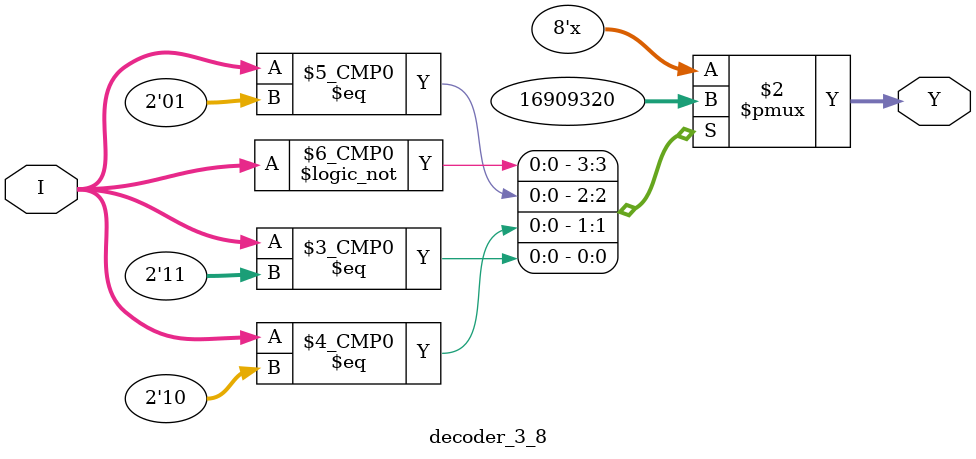
<source format=v>
`timescale 1ns / 1ps


module decoder_3_8(
    input [1:0] I,
    output [7:0] Y
    );
    
    
reg [7:0] Y;

always @ (I)
begin
    case (I)
        3'd0:
            Y = 8'd1;
        3'd1:
            Y = 8'd2;
        3'd2:
            Y = 8'd4;
        3'd3:
            Y = 8'd8;
        3'd4:
            Y = 8'd16;
        3'd5:
            Y = 8'd32;
        3'd6:
            Y = 8'd64;
        3'd3:
            Y = 8'd128;
        default:
            Y = 8'd0;
    endcase
end

endmodule

</source>
